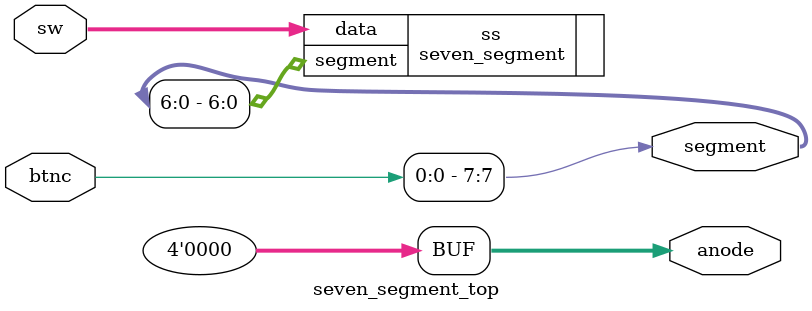
<source format=sv>
module seven_segment_top (
  input logic [3:0] sw,
  input logic btnc,
  output logic [7:0] segment,
  output logic [3:0] anode
);

  //Top module for seven_segment
  assign anode = 0;
  seven_segment ss(.data(sw), .segment(segment[6:0]));
  assign segment[7] = btnc;
endmodule

</source>
